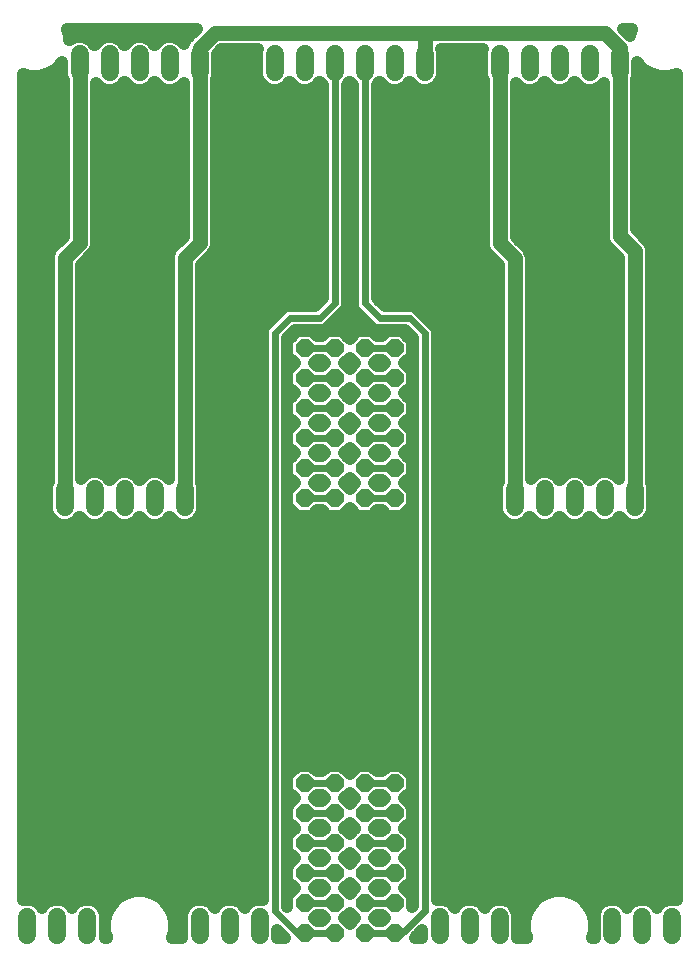
<source format=gbl>
G75*
%MOIN*%
%OFA0B0*%
%FSLAX25Y25*%
%IPPOS*%
%LPD*%
%AMOC8*
5,1,8,0,0,1.08239X$1,22.5*
%
%ADD10C,0.06000*%
%ADD11OC8,0.06000*%
%ADD12C,0.05000*%
%ADD13C,0.02400*%
%ADD14C,0.04000*%
D10*
X0010500Y0011867D02*
X0010500Y0017867D01*
X0020500Y0017867D02*
X0020500Y0011867D01*
X0030500Y0011867D02*
X0030500Y0017867D01*
X0068000Y0017867D02*
X0068000Y0011867D01*
X0078000Y0011867D02*
X0078000Y0017867D01*
X0088000Y0017867D02*
X0088000Y0011867D01*
X0148000Y0011867D02*
X0148000Y0017867D01*
X0158000Y0017867D02*
X0158000Y0011867D01*
X0168000Y0011867D02*
X0168000Y0017867D01*
X0205500Y0017867D02*
X0205500Y0011867D01*
X0215500Y0011867D02*
X0215500Y0017867D01*
X0225500Y0017867D02*
X0225500Y0011867D01*
X0213000Y0154367D02*
X0213000Y0160367D01*
X0203000Y0160367D02*
X0203000Y0154367D01*
X0193000Y0154367D02*
X0193000Y0160367D01*
X0183000Y0160367D02*
X0183000Y0154367D01*
X0173000Y0154367D02*
X0173000Y0160367D01*
X0168000Y0299367D02*
X0168000Y0305367D01*
X0178000Y0305367D02*
X0178000Y0299367D01*
X0188000Y0299367D02*
X0188000Y0305367D01*
X0198000Y0305367D02*
X0198000Y0299367D01*
X0208000Y0299367D02*
X0208000Y0305367D01*
X0143000Y0305367D02*
X0143000Y0299367D01*
X0133000Y0299367D02*
X0133000Y0305367D01*
X0123000Y0305367D02*
X0123000Y0299367D01*
X0113000Y0299367D02*
X0113000Y0305367D01*
X0103000Y0305367D02*
X0103000Y0299367D01*
X0093000Y0299367D02*
X0093000Y0305367D01*
X0068000Y0305367D02*
X0068000Y0299367D01*
X0058000Y0299367D02*
X0058000Y0305367D01*
X0048000Y0305367D02*
X0048000Y0299367D01*
X0038000Y0299367D02*
X0038000Y0305367D01*
X0028000Y0305367D02*
X0028000Y0299367D01*
X0023000Y0160367D02*
X0023000Y0154367D01*
X0033000Y0154367D02*
X0033000Y0160367D01*
X0043000Y0160367D02*
X0043000Y0154367D01*
X0053000Y0154367D02*
X0053000Y0160367D01*
X0063000Y0160367D02*
X0063000Y0154367D01*
D11*
X0103000Y0157367D03*
X0103000Y0167367D03*
X0103000Y0177367D03*
X0103000Y0187367D03*
X0103000Y0197367D03*
X0103000Y0207367D03*
X0113000Y0207367D03*
X0113000Y0197367D03*
X0113000Y0187367D03*
X0113000Y0177367D03*
X0113000Y0167367D03*
X0113000Y0157367D03*
X0123000Y0157367D03*
X0123000Y0167367D03*
X0123000Y0177367D03*
X0123000Y0187367D03*
X0123000Y0197367D03*
X0123000Y0207367D03*
X0133000Y0207367D03*
X0133000Y0197367D03*
X0133000Y0187367D03*
X0133000Y0177367D03*
X0133000Y0167367D03*
X0133000Y0157367D03*
X0133000Y0062367D03*
X0133000Y0052367D03*
X0133000Y0042367D03*
X0133000Y0032367D03*
X0123000Y0032367D03*
X0123000Y0042367D03*
X0123000Y0052367D03*
X0123000Y0062367D03*
X0113000Y0062367D03*
X0113000Y0052367D03*
X0113000Y0042367D03*
X0113000Y0032367D03*
X0103000Y0032367D03*
X0103000Y0042367D03*
X0103000Y0052367D03*
X0103000Y0062367D03*
X0103000Y0022367D03*
X0103000Y0012367D03*
X0113000Y0012367D03*
X0113000Y0022367D03*
X0123000Y0022367D03*
X0123000Y0012367D03*
X0133000Y0012367D03*
X0133000Y0022367D03*
D12*
X0173000Y0157367D02*
X0173000Y0237367D01*
X0168000Y0242367D01*
X0168000Y0302367D01*
X0143000Y0302367D02*
X0143000Y0312367D01*
X0203000Y0312367D01*
X0208000Y0307367D01*
X0208000Y0302367D01*
X0208000Y0244867D01*
X0213000Y0239867D01*
X0213000Y0157367D01*
X0143000Y0312367D02*
X0073000Y0312367D01*
X0068000Y0307367D01*
X0068000Y0302367D01*
X0068000Y0242367D01*
X0063000Y0237367D01*
X0063000Y0157367D01*
X0023000Y0157367D02*
X0023000Y0237367D01*
X0028000Y0242367D01*
X0028000Y0302367D01*
D13*
X0098000Y0217367D02*
X0093000Y0212367D01*
X0093000Y0019867D01*
X0100500Y0012367D01*
X0103000Y0012367D01*
X0113000Y0012367D01*
X0113000Y0022367D02*
X0103000Y0022367D01*
X0103000Y0032367D02*
X0113000Y0032367D01*
X0113000Y0042367D02*
X0103000Y0042367D01*
X0103000Y0052367D02*
X0113000Y0052367D01*
X0113000Y0062367D02*
X0103000Y0062367D01*
X0123000Y0062367D02*
X0133000Y0062367D01*
X0133000Y0052367D02*
X0123000Y0052367D01*
X0123000Y0042367D02*
X0133000Y0042367D01*
X0133000Y0032367D02*
X0123000Y0032367D01*
X0123000Y0022367D02*
X0133000Y0022367D01*
X0133000Y0012367D02*
X0123000Y0012367D01*
X0133000Y0012367D02*
X0135500Y0012367D01*
X0143000Y0019867D01*
X0143000Y0212367D01*
X0138000Y0217367D01*
X0128000Y0217367D01*
X0123000Y0222367D01*
X0123000Y0302367D01*
X0113000Y0302367D02*
X0113000Y0222367D01*
X0108000Y0217367D01*
X0098000Y0217367D01*
X0103000Y0207367D02*
X0113000Y0207367D01*
X0113000Y0197367D02*
X0103000Y0197367D01*
X0103000Y0187367D02*
X0113000Y0187367D01*
X0113000Y0177367D02*
X0103000Y0177367D01*
X0103000Y0167367D02*
X0113000Y0167367D01*
X0113000Y0157367D02*
X0103000Y0157367D01*
X0123000Y0157367D02*
X0133000Y0157367D01*
X0133000Y0167367D02*
X0123000Y0167367D01*
X0123000Y0177367D02*
X0133000Y0177367D01*
X0133000Y0187367D02*
X0123000Y0187367D01*
X0123000Y0197367D02*
X0133000Y0197367D01*
X0133000Y0207367D02*
X0123000Y0207367D01*
D14*
X0127202Y0211367D02*
X0125402Y0213167D01*
X0120598Y0213167D01*
X0118000Y0210569D01*
X0115402Y0213167D01*
X0110598Y0213167D01*
X0108798Y0211367D01*
X0107202Y0211367D01*
X0105402Y0213167D01*
X0100598Y0213167D01*
X0097200Y0209769D01*
X0097200Y0204964D01*
X0099798Y0202367D01*
X0097200Y0199769D01*
X0097200Y0194964D01*
X0099798Y0192367D01*
X0097200Y0189769D01*
X0097200Y0184964D01*
X0099798Y0182367D01*
X0097200Y0179769D01*
X0097200Y0174964D01*
X0099798Y0172367D01*
X0097200Y0169769D01*
X0097200Y0164964D01*
X0099798Y0162367D01*
X0097200Y0159769D01*
X0097200Y0154964D01*
X0100598Y0151567D01*
X0105402Y0151567D01*
X0107202Y0153367D01*
X0108798Y0153367D01*
X0110598Y0151567D01*
X0115402Y0151567D01*
X0118000Y0154164D01*
X0120598Y0151567D01*
X0125402Y0151567D01*
X0127202Y0153367D01*
X0128798Y0153367D01*
X0130598Y0151567D01*
X0135402Y0151567D01*
X0138800Y0154964D01*
X0138800Y0159769D01*
X0136202Y0162367D01*
X0138800Y0164964D01*
X0138800Y0169769D01*
X0136202Y0172367D01*
X0138800Y0174964D01*
X0138800Y0179769D01*
X0136202Y0182367D01*
X0138800Y0184964D01*
X0138800Y0189769D01*
X0136202Y0192367D01*
X0138800Y0194964D01*
X0138800Y0199769D01*
X0136202Y0202367D01*
X0138800Y0204964D01*
X0138800Y0209769D01*
X0135402Y0213167D01*
X0130598Y0213167D01*
X0128798Y0211367D01*
X0127202Y0211367D01*
X0127204Y0213367D02*
X0136343Y0213367D01*
X0139000Y0210710D01*
X0139000Y0021524D01*
X0138800Y0021323D01*
X0138800Y0024769D01*
X0136202Y0027367D01*
X0138800Y0029964D01*
X0138800Y0034769D01*
X0136202Y0037367D01*
X0138800Y0039964D01*
X0138800Y0044769D01*
X0136202Y0047367D01*
X0138800Y0049964D01*
X0138800Y0054769D01*
X0136202Y0057367D01*
X0138800Y0059964D01*
X0138800Y0064769D01*
X0135402Y0068167D01*
X0130598Y0068167D01*
X0128798Y0066367D01*
X0127202Y0066367D01*
X0125402Y0068167D01*
X0120598Y0068167D01*
X0118000Y0065569D01*
X0115402Y0068167D01*
X0110598Y0068167D01*
X0108798Y0066367D01*
X0107202Y0066367D01*
X0105402Y0068167D01*
X0100598Y0068167D01*
X0097200Y0064769D01*
X0097200Y0059964D01*
X0099798Y0057367D01*
X0097200Y0054769D01*
X0097200Y0049964D01*
X0099798Y0047367D01*
X0097200Y0044769D01*
X0097200Y0039964D01*
X0099798Y0037367D01*
X0097200Y0034769D01*
X0097200Y0029964D01*
X0099798Y0027367D01*
X0097200Y0024769D01*
X0097200Y0021323D01*
X0097000Y0021524D01*
X0097000Y0210710D01*
X0099657Y0213367D01*
X0108796Y0213367D01*
X0110266Y0213976D01*
X0111391Y0215101D01*
X0116391Y0220101D01*
X0117000Y0221571D01*
X0117000Y0295164D01*
X0117917Y0296081D01*
X0118000Y0296282D01*
X0118083Y0296081D01*
X0119000Y0295164D01*
X0119000Y0221571D01*
X0119609Y0220101D01*
X0124609Y0215101D01*
X0125734Y0213976D01*
X0127204Y0213367D01*
X0124421Y0215289D02*
X0111579Y0215289D01*
X0115578Y0219288D02*
X0120422Y0219288D01*
X0119000Y0223286D02*
X0117000Y0223286D01*
X0117000Y0227285D02*
X0119000Y0227285D01*
X0119000Y0231283D02*
X0117000Y0231283D01*
X0117000Y0235282D02*
X0119000Y0235282D01*
X0119000Y0239280D02*
X0117000Y0239280D01*
X0117000Y0243279D02*
X0119000Y0243279D01*
X0119000Y0247277D02*
X0117000Y0247277D01*
X0117000Y0251276D02*
X0119000Y0251276D01*
X0119000Y0255274D02*
X0117000Y0255274D01*
X0117000Y0259273D02*
X0119000Y0259273D01*
X0119000Y0263271D02*
X0117000Y0263271D01*
X0117000Y0267270D02*
X0119000Y0267270D01*
X0119000Y0271268D02*
X0117000Y0271268D01*
X0117000Y0275267D02*
X0119000Y0275267D01*
X0119000Y0279265D02*
X0117000Y0279265D01*
X0117000Y0283264D02*
X0119000Y0283264D01*
X0119000Y0287262D02*
X0117000Y0287262D01*
X0117000Y0291261D02*
X0119000Y0291261D01*
X0118905Y0295259D02*
X0117095Y0295259D01*
X0109000Y0295164D02*
X0109000Y0224024D01*
X0106343Y0221367D01*
X0097204Y0221367D01*
X0095734Y0220758D01*
X0094609Y0219632D01*
X0090734Y0215758D01*
X0089609Y0214632D01*
X0089000Y0213162D01*
X0089000Y0023667D01*
X0086846Y0023667D01*
X0084715Y0022784D01*
X0083083Y0021152D01*
X0083000Y0020952D01*
X0082917Y0021152D01*
X0081285Y0022784D01*
X0079154Y0023667D01*
X0076846Y0023667D01*
X0074715Y0022784D01*
X0073083Y0021152D01*
X0073000Y0020952D01*
X0072917Y0021152D01*
X0071285Y0022784D01*
X0069154Y0023667D01*
X0066846Y0023667D01*
X0064715Y0022784D01*
X0063083Y0021152D01*
X0062200Y0019020D01*
X0062200Y0010867D01*
X0058846Y0010867D01*
X0059512Y0013351D01*
X0059512Y0016382D01*
X0058727Y0019310D01*
X0057212Y0021935D01*
X0055068Y0024078D01*
X0052443Y0025594D01*
X0049516Y0026378D01*
X0046484Y0026378D01*
X0043557Y0025594D01*
X0040932Y0024078D01*
X0038788Y0021935D01*
X0037273Y0019310D01*
X0036488Y0016382D01*
X0036488Y0013351D01*
X0037154Y0010867D01*
X0036300Y0010867D01*
X0036300Y0019020D01*
X0035417Y0021152D01*
X0033785Y0022784D01*
X0031654Y0023667D01*
X0029346Y0023667D01*
X0027215Y0022784D01*
X0025583Y0021152D01*
X0025500Y0020952D01*
X0025417Y0021152D01*
X0023785Y0022784D01*
X0021654Y0023667D01*
X0019346Y0023667D01*
X0017215Y0022784D01*
X0015583Y0021152D01*
X0015500Y0020952D01*
X0015417Y0021152D01*
X0013785Y0022784D01*
X0011654Y0023667D01*
X0009346Y0023667D01*
X0009000Y0023523D01*
X0009000Y0299021D01*
X0011484Y0298355D01*
X0014516Y0298355D01*
X0017443Y0299139D01*
X0020068Y0300655D01*
X0022200Y0302787D01*
X0022200Y0298213D01*
X0022700Y0297006D01*
X0022700Y0244562D01*
X0018507Y0240369D01*
X0017700Y0238421D01*
X0017700Y0162727D01*
X0017200Y0161520D01*
X0017200Y0153213D01*
X0018083Y0151081D01*
X0019715Y0149450D01*
X0021846Y0148567D01*
X0024154Y0148567D01*
X0026285Y0149450D01*
X0027917Y0151081D01*
X0028000Y0151282D01*
X0028083Y0151081D01*
X0029715Y0149450D01*
X0031846Y0148567D01*
X0034154Y0148567D01*
X0036285Y0149450D01*
X0037917Y0151081D01*
X0038000Y0151282D01*
X0038083Y0151081D01*
X0039715Y0149450D01*
X0041846Y0148567D01*
X0044154Y0148567D01*
X0046285Y0149450D01*
X0047917Y0151081D01*
X0048000Y0151282D01*
X0048083Y0151081D01*
X0049715Y0149450D01*
X0051846Y0148567D01*
X0054154Y0148567D01*
X0056285Y0149450D01*
X0057917Y0151081D01*
X0058000Y0151282D01*
X0058083Y0151081D01*
X0059715Y0149450D01*
X0061846Y0148567D01*
X0064154Y0148567D01*
X0066285Y0149450D01*
X0067917Y0151081D01*
X0068800Y0153213D01*
X0068800Y0161520D01*
X0068300Y0162727D01*
X0068300Y0235171D01*
X0071002Y0237874D01*
X0072493Y0239364D01*
X0073300Y0241312D01*
X0073300Y0297006D01*
X0073800Y0298213D01*
X0073800Y0305671D01*
X0075195Y0307067D01*
X0087426Y0307067D01*
X0087200Y0306520D01*
X0087200Y0298213D01*
X0088083Y0296081D01*
X0089715Y0294450D01*
X0091846Y0293567D01*
X0094154Y0293567D01*
X0096285Y0294450D01*
X0097917Y0296081D01*
X0098000Y0296282D01*
X0098083Y0296081D01*
X0099715Y0294450D01*
X0101846Y0293567D01*
X0104154Y0293567D01*
X0106285Y0294450D01*
X0107917Y0296081D01*
X0108000Y0296282D01*
X0108083Y0296081D01*
X0109000Y0295164D01*
X0108905Y0295259D02*
X0107095Y0295259D01*
X0109000Y0291261D02*
X0073300Y0291261D01*
X0073300Y0295259D02*
X0088905Y0295259D01*
X0087200Y0299258D02*
X0073800Y0299258D01*
X0073800Y0303256D02*
X0087200Y0303256D01*
X0097095Y0295259D02*
X0098905Y0295259D01*
X0109000Y0287262D02*
X0073300Y0287262D01*
X0073300Y0283264D02*
X0109000Y0283264D01*
X0109000Y0279265D02*
X0073300Y0279265D01*
X0073300Y0275267D02*
X0109000Y0275267D01*
X0109000Y0271268D02*
X0073300Y0271268D01*
X0073300Y0267270D02*
X0109000Y0267270D01*
X0109000Y0263271D02*
X0073300Y0263271D01*
X0073300Y0259273D02*
X0109000Y0259273D01*
X0109000Y0255274D02*
X0073300Y0255274D01*
X0073300Y0251276D02*
X0109000Y0251276D01*
X0109000Y0247277D02*
X0073300Y0247277D01*
X0073300Y0243279D02*
X0109000Y0243279D01*
X0109000Y0239280D02*
X0072409Y0239280D01*
X0068410Y0235282D02*
X0109000Y0235282D01*
X0109000Y0231283D02*
X0068300Y0231283D01*
X0068300Y0227285D02*
X0109000Y0227285D01*
X0108263Y0223286D02*
X0068300Y0223286D01*
X0068300Y0219288D02*
X0094264Y0219288D01*
X0094609Y0219632D02*
X0094609Y0219632D01*
X0090266Y0215289D02*
X0068300Y0215289D01*
X0068300Y0211291D02*
X0089000Y0211291D01*
X0089000Y0207292D02*
X0068300Y0207292D01*
X0068300Y0203294D02*
X0089000Y0203294D01*
X0089000Y0199295D02*
X0068300Y0199295D01*
X0068300Y0195297D02*
X0089000Y0195297D01*
X0089000Y0191298D02*
X0068300Y0191298D01*
X0068300Y0187300D02*
X0089000Y0187300D01*
X0089000Y0183301D02*
X0068300Y0183301D01*
X0068300Y0179303D02*
X0089000Y0179303D01*
X0089000Y0175304D02*
X0068300Y0175304D01*
X0068300Y0171306D02*
X0089000Y0171306D01*
X0089000Y0167307D02*
X0068300Y0167307D01*
X0068300Y0163309D02*
X0089000Y0163309D01*
X0089000Y0159310D02*
X0068800Y0159310D01*
X0068800Y0155312D02*
X0089000Y0155312D01*
X0089000Y0151313D02*
X0068013Y0151313D01*
X0057700Y0163869D02*
X0056285Y0165284D01*
X0054154Y0166167D01*
X0051846Y0166167D01*
X0049715Y0165284D01*
X0048083Y0163652D01*
X0048000Y0163452D01*
X0047917Y0163652D01*
X0046285Y0165284D01*
X0044154Y0166167D01*
X0041846Y0166167D01*
X0039715Y0165284D01*
X0038083Y0163652D01*
X0038000Y0163452D01*
X0037917Y0163652D01*
X0036285Y0165284D01*
X0034154Y0166167D01*
X0031846Y0166167D01*
X0029715Y0165284D01*
X0028300Y0163869D01*
X0028300Y0235171D01*
X0032493Y0239364D01*
X0033300Y0241312D01*
X0033300Y0295864D01*
X0034715Y0294450D01*
X0036846Y0293567D01*
X0039154Y0293567D01*
X0041285Y0294450D01*
X0042917Y0296081D01*
X0043000Y0296282D01*
X0043083Y0296081D01*
X0044715Y0294450D01*
X0046846Y0293567D01*
X0049154Y0293567D01*
X0051285Y0294450D01*
X0052917Y0296081D01*
X0053000Y0296282D01*
X0053083Y0296081D01*
X0054715Y0294450D01*
X0056846Y0293567D01*
X0059154Y0293567D01*
X0061285Y0294450D01*
X0062700Y0295864D01*
X0062700Y0244562D01*
X0058507Y0240369D01*
X0057700Y0238421D01*
X0057700Y0163869D01*
X0057700Y0167307D02*
X0028300Y0167307D01*
X0028300Y0171306D02*
X0057700Y0171306D01*
X0057700Y0175304D02*
X0028300Y0175304D01*
X0028300Y0179303D02*
X0057700Y0179303D01*
X0057700Y0183301D02*
X0028300Y0183301D01*
X0028300Y0187300D02*
X0057700Y0187300D01*
X0057700Y0191298D02*
X0028300Y0191298D01*
X0028300Y0195297D02*
X0057700Y0195297D01*
X0057700Y0199295D02*
X0028300Y0199295D01*
X0028300Y0203294D02*
X0057700Y0203294D01*
X0057700Y0207292D02*
X0028300Y0207292D01*
X0028300Y0211291D02*
X0057700Y0211291D01*
X0057700Y0215289D02*
X0028300Y0215289D01*
X0028300Y0219288D02*
X0057700Y0219288D01*
X0057700Y0223286D02*
X0028300Y0223286D01*
X0028300Y0227285D02*
X0057700Y0227285D01*
X0057700Y0231283D02*
X0028300Y0231283D01*
X0028410Y0235282D02*
X0057700Y0235282D01*
X0058056Y0239280D02*
X0032409Y0239280D01*
X0033300Y0243279D02*
X0061417Y0243279D01*
X0062700Y0247277D02*
X0033300Y0247277D01*
X0033300Y0251276D02*
X0062700Y0251276D01*
X0062700Y0255274D02*
X0033300Y0255274D01*
X0033300Y0259273D02*
X0062700Y0259273D01*
X0062700Y0263271D02*
X0033300Y0263271D01*
X0033300Y0267270D02*
X0062700Y0267270D01*
X0062700Y0271268D02*
X0033300Y0271268D01*
X0033300Y0275267D02*
X0062700Y0275267D01*
X0062700Y0279265D02*
X0033300Y0279265D01*
X0033300Y0283264D02*
X0062700Y0283264D01*
X0062700Y0287262D02*
X0033300Y0287262D01*
X0033300Y0291261D02*
X0062700Y0291261D01*
X0062700Y0295259D02*
X0062095Y0295259D01*
X0053905Y0295259D02*
X0052095Y0295259D01*
X0043905Y0295259D02*
X0042095Y0295259D01*
X0033905Y0295259D02*
X0033300Y0295259D01*
X0033000Y0308452D02*
X0032917Y0308652D01*
X0031285Y0310284D01*
X0029154Y0311167D01*
X0026846Y0311167D01*
X0024715Y0310284D01*
X0024512Y0310081D01*
X0024512Y0311382D01*
X0023857Y0313827D01*
X0066965Y0313827D01*
X0063507Y0310369D01*
X0062831Y0308738D01*
X0061285Y0310284D01*
X0059154Y0311167D01*
X0056846Y0311167D01*
X0054715Y0310284D01*
X0053083Y0308652D01*
X0053000Y0308452D01*
X0052917Y0308652D01*
X0051285Y0310284D01*
X0049154Y0311167D01*
X0046846Y0311167D01*
X0044715Y0310284D01*
X0043083Y0308652D01*
X0043000Y0308452D01*
X0042917Y0308652D01*
X0041285Y0310284D01*
X0039154Y0311167D01*
X0036846Y0311167D01*
X0034715Y0310284D01*
X0033083Y0308652D01*
X0033000Y0308452D01*
X0024512Y0311254D02*
X0064392Y0311254D01*
X0022200Y0299258D02*
X0017649Y0299258D01*
X0022700Y0295259D02*
X0009000Y0295259D01*
X0009000Y0291261D02*
X0022700Y0291261D01*
X0022700Y0287262D02*
X0009000Y0287262D01*
X0009000Y0283264D02*
X0022700Y0283264D01*
X0022700Y0279265D02*
X0009000Y0279265D01*
X0009000Y0275267D02*
X0022700Y0275267D01*
X0022700Y0271268D02*
X0009000Y0271268D01*
X0009000Y0267270D02*
X0022700Y0267270D01*
X0022700Y0263271D02*
X0009000Y0263271D01*
X0009000Y0259273D02*
X0022700Y0259273D01*
X0022700Y0255274D02*
X0009000Y0255274D01*
X0009000Y0251276D02*
X0022700Y0251276D01*
X0022700Y0247277D02*
X0009000Y0247277D01*
X0009000Y0243279D02*
X0021417Y0243279D01*
X0018056Y0239280D02*
X0009000Y0239280D01*
X0009000Y0235282D02*
X0017700Y0235282D01*
X0017700Y0231283D02*
X0009000Y0231283D01*
X0009000Y0227285D02*
X0017700Y0227285D01*
X0017700Y0223286D02*
X0009000Y0223286D01*
X0009000Y0219288D02*
X0017700Y0219288D01*
X0017700Y0215289D02*
X0009000Y0215289D01*
X0009000Y0211291D02*
X0017700Y0211291D01*
X0017700Y0207292D02*
X0009000Y0207292D01*
X0009000Y0203294D02*
X0017700Y0203294D01*
X0017700Y0199295D02*
X0009000Y0199295D01*
X0009000Y0195297D02*
X0017700Y0195297D01*
X0017700Y0191298D02*
X0009000Y0191298D01*
X0009000Y0187300D02*
X0017700Y0187300D01*
X0017700Y0183301D02*
X0009000Y0183301D01*
X0009000Y0179303D02*
X0017700Y0179303D01*
X0017700Y0175304D02*
X0009000Y0175304D01*
X0009000Y0171306D02*
X0017700Y0171306D01*
X0017700Y0167307D02*
X0009000Y0167307D01*
X0009000Y0163309D02*
X0017700Y0163309D01*
X0017200Y0159310D02*
X0009000Y0159310D01*
X0009000Y0155312D02*
X0017200Y0155312D01*
X0017987Y0151313D02*
X0009000Y0151313D01*
X0009000Y0147315D02*
X0089000Y0147315D01*
X0089000Y0143316D02*
X0009000Y0143316D01*
X0009000Y0139318D02*
X0089000Y0139318D01*
X0089000Y0135319D02*
X0009000Y0135319D01*
X0009000Y0131321D02*
X0089000Y0131321D01*
X0089000Y0127322D02*
X0009000Y0127322D01*
X0009000Y0123323D02*
X0089000Y0123323D01*
X0089000Y0119325D02*
X0009000Y0119325D01*
X0009000Y0115326D02*
X0089000Y0115326D01*
X0089000Y0111328D02*
X0009000Y0111328D01*
X0009000Y0107329D02*
X0089000Y0107329D01*
X0089000Y0103331D02*
X0009000Y0103331D01*
X0009000Y0099332D02*
X0089000Y0099332D01*
X0089000Y0095334D02*
X0009000Y0095334D01*
X0009000Y0091335D02*
X0089000Y0091335D01*
X0089000Y0087337D02*
X0009000Y0087337D01*
X0009000Y0083338D02*
X0089000Y0083338D01*
X0089000Y0079340D02*
X0009000Y0079340D01*
X0009000Y0075341D02*
X0089000Y0075341D01*
X0089000Y0071343D02*
X0009000Y0071343D01*
X0009000Y0067344D02*
X0089000Y0067344D01*
X0089000Y0063346D02*
X0009000Y0063346D01*
X0009000Y0059347D02*
X0089000Y0059347D01*
X0089000Y0055349D02*
X0009000Y0055349D01*
X0009000Y0051350D02*
X0089000Y0051350D01*
X0089000Y0047352D02*
X0009000Y0047352D01*
X0009000Y0043353D02*
X0089000Y0043353D01*
X0089000Y0039355D02*
X0009000Y0039355D01*
X0009000Y0035356D02*
X0089000Y0035356D01*
X0089000Y0031358D02*
X0009000Y0031358D01*
X0009000Y0027359D02*
X0089000Y0027359D01*
X0086108Y0023361D02*
X0079892Y0023361D01*
X0076108Y0023361D02*
X0069892Y0023361D01*
X0066108Y0023361D02*
X0055786Y0023361D01*
X0058697Y0019362D02*
X0062342Y0019362D01*
X0062200Y0015364D02*
X0059512Y0015364D01*
X0058980Y0011365D02*
X0062200Y0011365D01*
X0040214Y0023361D02*
X0032392Y0023361D01*
X0028608Y0023361D02*
X0022392Y0023361D01*
X0018608Y0023361D02*
X0012392Y0023361D01*
X0036158Y0019362D02*
X0037303Y0019362D01*
X0036488Y0015364D02*
X0036300Y0015364D01*
X0036300Y0011365D02*
X0037020Y0011365D01*
X0093800Y0011365D02*
X0095845Y0011365D01*
X0096343Y0010867D02*
X0093800Y0010867D01*
X0093800Y0013410D01*
X0096343Y0010867D01*
X0097000Y0023361D02*
X0097200Y0023361D01*
X0097000Y0027359D02*
X0099790Y0027359D01*
X0097200Y0031358D02*
X0097000Y0031358D01*
X0097000Y0035356D02*
X0097787Y0035356D01*
X0097809Y0039355D02*
X0097000Y0039355D01*
X0097000Y0043353D02*
X0097200Y0043353D01*
X0097000Y0047352D02*
X0099783Y0047352D01*
X0097200Y0051350D02*
X0097000Y0051350D01*
X0097000Y0055349D02*
X0097780Y0055349D01*
X0097817Y0059347D02*
X0097000Y0059347D01*
X0097000Y0063346D02*
X0097200Y0063346D01*
X0097000Y0067344D02*
X0099775Y0067344D01*
X0097000Y0071343D02*
X0139000Y0071343D01*
X0139000Y0075341D02*
X0097000Y0075341D01*
X0097000Y0079340D02*
X0139000Y0079340D01*
X0139000Y0083338D02*
X0097000Y0083338D01*
X0097000Y0087337D02*
X0139000Y0087337D01*
X0139000Y0091335D02*
X0097000Y0091335D01*
X0097000Y0095334D02*
X0139000Y0095334D01*
X0139000Y0099332D02*
X0097000Y0099332D01*
X0097000Y0103331D02*
X0139000Y0103331D01*
X0139000Y0107329D02*
X0097000Y0107329D01*
X0097000Y0111328D02*
X0139000Y0111328D01*
X0139000Y0115326D02*
X0097000Y0115326D01*
X0097000Y0119325D02*
X0139000Y0119325D01*
X0139000Y0123323D02*
X0097000Y0123323D01*
X0097000Y0127322D02*
X0139000Y0127322D01*
X0139000Y0131321D02*
X0097000Y0131321D01*
X0097000Y0135319D02*
X0139000Y0135319D01*
X0139000Y0139318D02*
X0097000Y0139318D01*
X0097000Y0143316D02*
X0139000Y0143316D01*
X0139000Y0147315D02*
X0097000Y0147315D01*
X0097000Y0151313D02*
X0139000Y0151313D01*
X0139000Y0155312D02*
X0138800Y0155312D01*
X0138800Y0159310D02*
X0139000Y0159310D01*
X0139000Y0163309D02*
X0137144Y0163309D01*
X0138800Y0167307D02*
X0139000Y0167307D01*
X0139000Y0171306D02*
X0137263Y0171306D01*
X0138800Y0175304D02*
X0139000Y0175304D01*
X0139000Y0179303D02*
X0138800Y0179303D01*
X0139000Y0183301D02*
X0137137Y0183301D01*
X0138800Y0187300D02*
X0139000Y0187300D01*
X0139000Y0191298D02*
X0137271Y0191298D01*
X0138800Y0195297D02*
X0139000Y0195297D01*
X0139000Y0199295D02*
X0138800Y0199295D01*
X0139000Y0203294D02*
X0137129Y0203294D01*
X0138800Y0207292D02*
X0139000Y0207292D01*
X0138419Y0211291D02*
X0137278Y0211291D01*
X0141736Y0219288D02*
X0167700Y0219288D01*
X0167700Y0215289D02*
X0145734Y0215289D01*
X0146391Y0214632D02*
X0140266Y0220758D01*
X0138796Y0221367D01*
X0129657Y0221367D01*
X0127000Y0224024D01*
X0127000Y0295164D01*
X0127917Y0296081D01*
X0128000Y0296282D01*
X0128083Y0296081D01*
X0129715Y0294450D01*
X0131846Y0293567D01*
X0134154Y0293567D01*
X0136285Y0294450D01*
X0137917Y0296081D01*
X0138000Y0296282D01*
X0138083Y0296081D01*
X0139715Y0294450D01*
X0141846Y0293567D01*
X0144154Y0293567D01*
X0146285Y0294450D01*
X0147917Y0296081D01*
X0148800Y0298213D01*
X0148800Y0306520D01*
X0148574Y0307067D01*
X0162426Y0307067D01*
X0162200Y0306520D01*
X0162200Y0298213D01*
X0162700Y0297006D01*
X0162700Y0241312D01*
X0163507Y0239364D01*
X0167700Y0235171D01*
X0167700Y0162727D01*
X0167200Y0161520D01*
X0167200Y0153213D01*
X0168083Y0151081D01*
X0169715Y0149450D01*
X0171846Y0148567D01*
X0174154Y0148567D01*
X0176285Y0149450D01*
X0177917Y0151081D01*
X0178000Y0151282D01*
X0178083Y0151081D01*
X0179715Y0149450D01*
X0181846Y0148567D01*
X0184154Y0148567D01*
X0186285Y0149450D01*
X0187917Y0151081D01*
X0188000Y0151282D01*
X0188083Y0151081D01*
X0189715Y0149450D01*
X0191846Y0148567D01*
X0194154Y0148567D01*
X0196285Y0149450D01*
X0197917Y0151081D01*
X0198000Y0151282D01*
X0198083Y0151081D01*
X0199715Y0149450D01*
X0201846Y0148567D01*
X0204154Y0148567D01*
X0206285Y0149450D01*
X0207917Y0151081D01*
X0208000Y0151282D01*
X0208083Y0151081D01*
X0209715Y0149450D01*
X0211846Y0148567D01*
X0214154Y0148567D01*
X0216285Y0149450D01*
X0217917Y0151081D01*
X0218800Y0153213D01*
X0218800Y0161520D01*
X0218300Y0162727D01*
X0218300Y0240921D01*
X0217493Y0242869D01*
X0213300Y0247062D01*
X0213300Y0297006D01*
X0213800Y0298213D01*
X0213800Y0302787D01*
X0215932Y0300655D01*
X0218557Y0299139D01*
X0221484Y0298355D01*
X0224516Y0298355D01*
X0226951Y0299007D01*
X0226951Y0023544D01*
X0226654Y0023667D01*
X0224346Y0023667D01*
X0222215Y0022784D01*
X0220583Y0021152D01*
X0220500Y0020952D01*
X0220417Y0021152D01*
X0218785Y0022784D01*
X0216654Y0023667D01*
X0214346Y0023667D01*
X0212215Y0022784D01*
X0210583Y0021152D01*
X0210500Y0020952D01*
X0210417Y0021152D01*
X0208785Y0022784D01*
X0206654Y0023667D01*
X0204346Y0023667D01*
X0202215Y0022784D01*
X0200583Y0021152D01*
X0199700Y0019020D01*
X0199700Y0010867D01*
X0198846Y0010867D01*
X0199512Y0013351D01*
X0199512Y0016382D01*
X0198727Y0019310D01*
X0197212Y0021935D01*
X0195068Y0024078D01*
X0192443Y0025594D01*
X0189516Y0026378D01*
X0186484Y0026378D01*
X0183557Y0025594D01*
X0180932Y0024078D01*
X0178788Y0021935D01*
X0177273Y0019310D01*
X0176488Y0016382D01*
X0176488Y0013351D01*
X0177154Y0010867D01*
X0173800Y0010867D01*
X0173800Y0019020D01*
X0172917Y0021152D01*
X0171285Y0022784D01*
X0169154Y0023667D01*
X0166846Y0023667D01*
X0164715Y0022784D01*
X0163083Y0021152D01*
X0163000Y0020952D01*
X0162917Y0021152D01*
X0161285Y0022784D01*
X0159154Y0023667D01*
X0156846Y0023667D01*
X0154715Y0022784D01*
X0153083Y0021152D01*
X0153000Y0020952D01*
X0152917Y0021152D01*
X0151285Y0022784D01*
X0149154Y0023667D01*
X0147000Y0023667D01*
X0147000Y0213162D01*
X0146391Y0214632D01*
X0147000Y0211291D02*
X0167700Y0211291D01*
X0167700Y0207292D02*
X0147000Y0207292D01*
X0147000Y0203294D02*
X0167700Y0203294D01*
X0167700Y0199295D02*
X0147000Y0199295D01*
X0147000Y0195297D02*
X0167700Y0195297D01*
X0167700Y0191298D02*
X0147000Y0191298D01*
X0147000Y0187300D02*
X0167700Y0187300D01*
X0167700Y0183301D02*
X0147000Y0183301D01*
X0147000Y0179303D02*
X0167700Y0179303D01*
X0167700Y0175304D02*
X0147000Y0175304D01*
X0147000Y0171306D02*
X0167700Y0171306D01*
X0167700Y0167307D02*
X0147000Y0167307D01*
X0147000Y0163309D02*
X0167700Y0163309D01*
X0167200Y0159310D02*
X0147000Y0159310D01*
X0147000Y0155312D02*
X0167200Y0155312D01*
X0167987Y0151313D02*
X0147000Y0151313D01*
X0147000Y0147315D02*
X0226951Y0147315D01*
X0226951Y0151313D02*
X0218013Y0151313D01*
X0218800Y0155312D02*
X0226951Y0155312D01*
X0226951Y0159310D02*
X0218800Y0159310D01*
X0218300Y0163309D02*
X0226951Y0163309D01*
X0226951Y0167307D02*
X0218300Y0167307D01*
X0218300Y0171306D02*
X0226951Y0171306D01*
X0226951Y0175304D02*
X0218300Y0175304D01*
X0218300Y0179303D02*
X0226951Y0179303D01*
X0226951Y0183301D02*
X0218300Y0183301D01*
X0218300Y0187300D02*
X0226951Y0187300D01*
X0226951Y0191298D02*
X0218300Y0191298D01*
X0218300Y0195297D02*
X0226951Y0195297D01*
X0226951Y0199295D02*
X0218300Y0199295D01*
X0218300Y0203294D02*
X0226951Y0203294D01*
X0226951Y0207292D02*
X0218300Y0207292D01*
X0218300Y0211291D02*
X0226951Y0211291D01*
X0226951Y0215289D02*
X0218300Y0215289D01*
X0218300Y0219288D02*
X0226951Y0219288D01*
X0226951Y0223286D02*
X0218300Y0223286D01*
X0218300Y0227285D02*
X0226951Y0227285D01*
X0226951Y0231283D02*
X0218300Y0231283D01*
X0218300Y0235282D02*
X0226951Y0235282D01*
X0226951Y0239280D02*
X0218300Y0239280D01*
X0217083Y0243279D02*
X0226951Y0243279D01*
X0226951Y0247277D02*
X0213300Y0247277D01*
X0213300Y0251276D02*
X0226951Y0251276D01*
X0226951Y0255274D02*
X0213300Y0255274D01*
X0213300Y0259273D02*
X0226951Y0259273D01*
X0226951Y0263271D02*
X0213300Y0263271D01*
X0213300Y0267270D02*
X0226951Y0267270D01*
X0226951Y0271268D02*
X0213300Y0271268D01*
X0213300Y0275267D02*
X0226951Y0275267D01*
X0226951Y0279265D02*
X0213300Y0279265D01*
X0213300Y0283264D02*
X0226951Y0283264D01*
X0226951Y0287262D02*
X0213300Y0287262D01*
X0213300Y0291261D02*
X0226951Y0291261D01*
X0226951Y0295259D02*
X0213300Y0295259D01*
X0213800Y0299258D02*
X0218351Y0299258D01*
X0211488Y0311374D02*
X0211002Y0311860D01*
X0209035Y0313827D01*
X0212143Y0313827D01*
X0211488Y0311382D01*
X0211488Y0311374D01*
X0202700Y0295864D02*
X0202700Y0243812D01*
X0203507Y0241864D01*
X0207700Y0237671D01*
X0207700Y0163869D01*
X0206285Y0165284D01*
X0204154Y0166167D01*
X0201846Y0166167D01*
X0199715Y0165284D01*
X0198083Y0163652D01*
X0198000Y0163452D01*
X0197917Y0163652D01*
X0196285Y0165284D01*
X0194154Y0166167D01*
X0191846Y0166167D01*
X0189715Y0165284D01*
X0188083Y0163652D01*
X0188000Y0163452D01*
X0187917Y0163652D01*
X0186285Y0165284D01*
X0184154Y0166167D01*
X0181846Y0166167D01*
X0179715Y0165284D01*
X0178300Y0163869D01*
X0178300Y0238421D01*
X0177493Y0240369D01*
X0176002Y0241860D01*
X0173300Y0244562D01*
X0173300Y0295864D01*
X0174715Y0294450D01*
X0176846Y0293567D01*
X0179154Y0293567D01*
X0181285Y0294450D01*
X0182917Y0296081D01*
X0183000Y0296282D01*
X0183083Y0296081D01*
X0184715Y0294450D01*
X0186846Y0293567D01*
X0189154Y0293567D01*
X0191285Y0294450D01*
X0192917Y0296081D01*
X0193000Y0296282D01*
X0193083Y0296081D01*
X0194715Y0294450D01*
X0196846Y0293567D01*
X0199154Y0293567D01*
X0201285Y0294450D01*
X0202700Y0295864D01*
X0202700Y0295259D02*
X0202095Y0295259D01*
X0202700Y0291261D02*
X0173300Y0291261D01*
X0173300Y0295259D02*
X0173905Y0295259D01*
X0173300Y0287262D02*
X0202700Y0287262D01*
X0202700Y0283264D02*
X0173300Y0283264D01*
X0173300Y0279265D02*
X0202700Y0279265D01*
X0202700Y0275267D02*
X0173300Y0275267D01*
X0173300Y0271268D02*
X0202700Y0271268D01*
X0202700Y0267270D02*
X0173300Y0267270D01*
X0173300Y0263271D02*
X0202700Y0263271D01*
X0202700Y0259273D02*
X0173300Y0259273D01*
X0173300Y0255274D02*
X0202700Y0255274D01*
X0202700Y0251276D02*
X0173300Y0251276D01*
X0173300Y0247277D02*
X0202700Y0247277D01*
X0202921Y0243279D02*
X0174583Y0243279D01*
X0176002Y0241860D02*
X0176002Y0241860D01*
X0177944Y0239280D02*
X0206091Y0239280D01*
X0207700Y0235282D02*
X0178300Y0235282D01*
X0178300Y0231283D02*
X0207700Y0231283D01*
X0207700Y0227285D02*
X0178300Y0227285D01*
X0178300Y0223286D02*
X0207700Y0223286D01*
X0207700Y0219288D02*
X0178300Y0219288D01*
X0178300Y0215289D02*
X0207700Y0215289D01*
X0207700Y0211291D02*
X0178300Y0211291D01*
X0178300Y0207292D02*
X0207700Y0207292D01*
X0207700Y0203294D02*
X0178300Y0203294D01*
X0178300Y0199295D02*
X0207700Y0199295D01*
X0207700Y0195297D02*
X0178300Y0195297D01*
X0178300Y0191298D02*
X0207700Y0191298D01*
X0207700Y0187300D02*
X0178300Y0187300D01*
X0178300Y0183301D02*
X0207700Y0183301D01*
X0207700Y0179303D02*
X0178300Y0179303D01*
X0178300Y0175304D02*
X0207700Y0175304D01*
X0207700Y0171306D02*
X0178300Y0171306D01*
X0178300Y0167307D02*
X0207700Y0167307D01*
X0226951Y0143316D02*
X0147000Y0143316D01*
X0147000Y0139318D02*
X0226951Y0139318D01*
X0226951Y0135319D02*
X0147000Y0135319D01*
X0147000Y0131321D02*
X0226951Y0131321D01*
X0226951Y0127322D02*
X0147000Y0127322D01*
X0147000Y0123323D02*
X0226951Y0123323D01*
X0226951Y0119325D02*
X0147000Y0119325D01*
X0147000Y0115326D02*
X0226951Y0115326D01*
X0226951Y0111328D02*
X0147000Y0111328D01*
X0147000Y0107329D02*
X0226951Y0107329D01*
X0226951Y0103331D02*
X0147000Y0103331D01*
X0147000Y0099332D02*
X0226951Y0099332D01*
X0226951Y0095334D02*
X0147000Y0095334D01*
X0147000Y0091335D02*
X0226951Y0091335D01*
X0226951Y0087337D02*
X0147000Y0087337D01*
X0147000Y0083338D02*
X0226951Y0083338D01*
X0226951Y0079340D02*
X0147000Y0079340D01*
X0147000Y0075341D02*
X0226951Y0075341D01*
X0226951Y0071343D02*
X0147000Y0071343D01*
X0147000Y0067344D02*
X0226951Y0067344D01*
X0226951Y0063346D02*
X0147000Y0063346D01*
X0147000Y0059347D02*
X0226951Y0059347D01*
X0226951Y0055349D02*
X0147000Y0055349D01*
X0147000Y0051350D02*
X0226951Y0051350D01*
X0226951Y0047352D02*
X0147000Y0047352D01*
X0147000Y0043353D02*
X0226951Y0043353D01*
X0226951Y0039355D02*
X0147000Y0039355D01*
X0147000Y0035356D02*
X0226951Y0035356D01*
X0226951Y0031358D02*
X0147000Y0031358D01*
X0147000Y0027359D02*
X0226951Y0027359D01*
X0223608Y0023361D02*
X0217392Y0023361D01*
X0213608Y0023361D02*
X0207392Y0023361D01*
X0203608Y0023361D02*
X0195786Y0023361D01*
X0198697Y0019362D02*
X0199842Y0019362D01*
X0199700Y0015364D02*
X0199512Y0015364D01*
X0199700Y0011365D02*
X0198980Y0011365D01*
X0180214Y0023361D02*
X0169892Y0023361D01*
X0166108Y0023361D02*
X0159892Y0023361D01*
X0156108Y0023361D02*
X0149892Y0023361D01*
X0142200Y0013410D02*
X0142200Y0010867D01*
X0139657Y0010867D01*
X0142200Y0013410D01*
X0142200Y0011365D02*
X0140155Y0011365D01*
X0139000Y0023361D02*
X0138800Y0023361D01*
X0139000Y0027359D02*
X0136210Y0027359D01*
X0138800Y0031358D02*
X0139000Y0031358D01*
X0139000Y0035356D02*
X0138213Y0035356D01*
X0138191Y0039355D02*
X0139000Y0039355D01*
X0139000Y0043353D02*
X0138800Y0043353D01*
X0139000Y0047352D02*
X0136217Y0047352D01*
X0138800Y0051350D02*
X0139000Y0051350D01*
X0139000Y0055349D02*
X0138220Y0055349D01*
X0138183Y0059347D02*
X0139000Y0059347D01*
X0139000Y0063346D02*
X0138800Y0063346D01*
X0139000Y0067344D02*
X0136225Y0067344D01*
X0129775Y0067344D02*
X0126225Y0067344D01*
X0127202Y0058367D02*
X0128798Y0058367D01*
X0129798Y0057367D01*
X0128798Y0056367D01*
X0127202Y0056367D01*
X0126202Y0057367D01*
X0127202Y0058367D01*
X0119798Y0057367D02*
X0118000Y0055569D01*
X0116202Y0057367D01*
X0118000Y0059164D01*
X0119798Y0057367D01*
X0118000Y0049164D02*
X0119798Y0047367D01*
X0118000Y0045569D01*
X0116202Y0047367D01*
X0118000Y0049164D01*
X0116217Y0047352D02*
X0119783Y0047352D01*
X0118000Y0039164D02*
X0119798Y0037367D01*
X0118000Y0035569D01*
X0116202Y0037367D01*
X0118000Y0039164D01*
X0126202Y0037367D02*
X0127202Y0036367D01*
X0128798Y0036367D01*
X0129798Y0037367D01*
X0128798Y0038367D01*
X0127202Y0038367D01*
X0126202Y0037367D01*
X0127202Y0046367D02*
X0126202Y0047367D01*
X0127202Y0048367D01*
X0128798Y0048367D01*
X0129798Y0047367D01*
X0128798Y0046367D01*
X0127202Y0046367D01*
X0126217Y0047352D02*
X0129783Y0047352D01*
X0118000Y0029164D02*
X0119798Y0027367D01*
X0118000Y0025569D01*
X0116202Y0027367D01*
X0118000Y0029164D01*
X0116210Y0027359D02*
X0119790Y0027359D01*
X0126202Y0027367D02*
X0127202Y0026367D01*
X0128798Y0026367D01*
X0129798Y0027367D01*
X0128798Y0028367D01*
X0127202Y0028367D01*
X0126202Y0027367D01*
X0126210Y0027359D02*
X0129790Y0027359D01*
X0128798Y0018367D02*
X0127202Y0018367D01*
X0126202Y0017367D01*
X0127202Y0016367D01*
X0128798Y0016367D01*
X0129798Y0017367D01*
X0128798Y0018367D01*
X0119798Y0017367D02*
X0118000Y0015569D01*
X0116202Y0017367D01*
X0118000Y0019164D01*
X0119798Y0017367D01*
X0109798Y0017367D02*
X0108798Y0016367D01*
X0107202Y0016367D01*
X0106202Y0017367D01*
X0107202Y0018367D01*
X0108798Y0018367D01*
X0109798Y0017367D01*
X0108798Y0026367D02*
X0107202Y0026367D01*
X0106202Y0027367D01*
X0107202Y0028367D01*
X0108798Y0028367D01*
X0109798Y0027367D01*
X0108798Y0026367D01*
X0109790Y0027359D02*
X0106210Y0027359D01*
X0107202Y0036367D02*
X0106202Y0037367D01*
X0107202Y0038367D01*
X0108798Y0038367D01*
X0109798Y0037367D01*
X0108798Y0036367D01*
X0107202Y0036367D01*
X0107202Y0046367D02*
X0106202Y0047367D01*
X0107202Y0048367D01*
X0108798Y0048367D01*
X0109798Y0047367D01*
X0108798Y0046367D01*
X0107202Y0046367D01*
X0106217Y0047352D02*
X0109783Y0047352D01*
X0108798Y0056367D02*
X0107202Y0056367D01*
X0106202Y0057367D01*
X0107202Y0058367D01*
X0108798Y0058367D01*
X0109798Y0057367D01*
X0108798Y0056367D01*
X0109775Y0067344D02*
X0106225Y0067344D01*
X0116225Y0067344D02*
X0119775Y0067344D01*
X0173658Y0019362D02*
X0177303Y0019362D01*
X0176488Y0015364D02*
X0173800Y0015364D01*
X0173800Y0011365D02*
X0177020Y0011365D01*
X0097200Y0155312D02*
X0097000Y0155312D01*
X0097000Y0159310D02*
X0097200Y0159310D01*
X0097000Y0163309D02*
X0098856Y0163309D01*
X0097200Y0167307D02*
X0097000Y0167307D01*
X0097000Y0171306D02*
X0098737Y0171306D01*
X0097200Y0175304D02*
X0097000Y0175304D01*
X0097000Y0179303D02*
X0097200Y0179303D01*
X0097000Y0183301D02*
X0098863Y0183301D01*
X0097200Y0187300D02*
X0097000Y0187300D01*
X0097000Y0191298D02*
X0098729Y0191298D01*
X0097200Y0195297D02*
X0097000Y0195297D01*
X0097000Y0199295D02*
X0097200Y0199295D01*
X0097000Y0203294D02*
X0098871Y0203294D01*
X0097200Y0207292D02*
X0097000Y0207292D01*
X0097581Y0211291D02*
X0098722Y0211291D01*
X0107129Y0203294D02*
X0108871Y0203294D01*
X0108798Y0203367D02*
X0109798Y0202367D01*
X0108798Y0201367D01*
X0107202Y0201367D01*
X0106202Y0202367D01*
X0107202Y0203367D01*
X0108798Y0203367D01*
X0116202Y0202367D02*
X0118000Y0200569D01*
X0119798Y0202367D01*
X0118000Y0204164D01*
X0116202Y0202367D01*
X0117129Y0203294D02*
X0118871Y0203294D01*
X0118000Y0194164D02*
X0119798Y0192367D01*
X0118000Y0190569D01*
X0116202Y0192367D01*
X0118000Y0194164D01*
X0117271Y0191298D02*
X0118729Y0191298D01*
X0118000Y0184164D02*
X0119798Y0182367D01*
X0118000Y0180569D01*
X0116202Y0182367D01*
X0118000Y0184164D01*
X0117137Y0183301D02*
X0118863Y0183301D01*
X0126202Y0182367D02*
X0127202Y0181367D01*
X0128798Y0181367D01*
X0129798Y0182367D01*
X0128798Y0183367D01*
X0127202Y0183367D01*
X0126202Y0182367D01*
X0127137Y0183301D02*
X0128863Y0183301D01*
X0128798Y0191367D02*
X0127202Y0191367D01*
X0126202Y0192367D01*
X0127202Y0193367D01*
X0128798Y0193367D01*
X0129798Y0192367D01*
X0128798Y0191367D01*
X0128798Y0201367D02*
X0127202Y0201367D01*
X0126202Y0202367D01*
X0127202Y0203367D01*
X0128798Y0203367D01*
X0129798Y0202367D01*
X0128798Y0201367D01*
X0128871Y0203294D02*
X0127129Y0203294D01*
X0118722Y0211291D02*
X0117278Y0211291D01*
X0127737Y0223286D02*
X0167700Y0223286D01*
X0167700Y0227285D02*
X0127000Y0227285D01*
X0127000Y0231283D02*
X0167700Y0231283D01*
X0167590Y0235282D02*
X0127000Y0235282D01*
X0127000Y0239280D02*
X0163591Y0239280D01*
X0162700Y0243279D02*
X0127000Y0243279D01*
X0127000Y0247277D02*
X0162700Y0247277D01*
X0162700Y0251276D02*
X0127000Y0251276D01*
X0127000Y0255274D02*
X0162700Y0255274D01*
X0162700Y0259273D02*
X0127000Y0259273D01*
X0127000Y0263271D02*
X0162700Y0263271D01*
X0162700Y0267270D02*
X0127000Y0267270D01*
X0127000Y0271268D02*
X0162700Y0271268D01*
X0162700Y0275267D02*
X0127000Y0275267D01*
X0127000Y0279265D02*
X0162700Y0279265D01*
X0162700Y0283264D02*
X0127000Y0283264D01*
X0127000Y0287262D02*
X0162700Y0287262D01*
X0162700Y0291261D02*
X0127000Y0291261D01*
X0127095Y0295259D02*
X0128905Y0295259D01*
X0137095Y0295259D02*
X0138905Y0295259D01*
X0147095Y0295259D02*
X0162700Y0295259D01*
X0162200Y0299258D02*
X0148800Y0299258D01*
X0148800Y0303256D02*
X0162200Y0303256D01*
X0182095Y0295259D02*
X0183905Y0295259D01*
X0192095Y0295259D02*
X0193905Y0295259D01*
X0108798Y0193367D02*
X0109798Y0192367D01*
X0108798Y0191367D01*
X0107202Y0191367D01*
X0106202Y0192367D01*
X0107202Y0193367D01*
X0108798Y0193367D01*
X0108798Y0183367D02*
X0107202Y0183367D01*
X0106202Y0182367D01*
X0107202Y0181367D01*
X0108798Y0181367D01*
X0109798Y0182367D01*
X0108798Y0183367D01*
X0108863Y0183301D02*
X0107137Y0183301D01*
X0107202Y0173367D02*
X0108798Y0173367D01*
X0109798Y0172367D01*
X0108798Y0171367D01*
X0107202Y0171367D01*
X0106202Y0172367D01*
X0107202Y0173367D01*
X0107202Y0163367D02*
X0108798Y0163367D01*
X0109798Y0162367D01*
X0108798Y0161367D01*
X0107202Y0161367D01*
X0106202Y0162367D01*
X0107202Y0163367D01*
X0107144Y0163309D02*
X0108856Y0163309D01*
X0116202Y0162367D02*
X0118000Y0160569D01*
X0119798Y0162367D01*
X0118000Y0164164D01*
X0116202Y0162367D01*
X0117144Y0163309D02*
X0118856Y0163309D01*
X0118000Y0170569D02*
X0116202Y0172367D01*
X0118000Y0174164D01*
X0119798Y0172367D01*
X0118000Y0170569D01*
X0117263Y0171306D02*
X0118737Y0171306D01*
X0126202Y0172367D02*
X0127202Y0171367D01*
X0128798Y0171367D01*
X0129798Y0172367D01*
X0128798Y0173367D01*
X0127202Y0173367D01*
X0126202Y0172367D01*
X0127202Y0163367D02*
X0128798Y0163367D01*
X0129798Y0162367D01*
X0128798Y0161367D01*
X0127202Y0161367D01*
X0126202Y0162367D01*
X0127202Y0163367D01*
X0127144Y0163309D02*
X0128856Y0163309D01*
M02*

</source>
